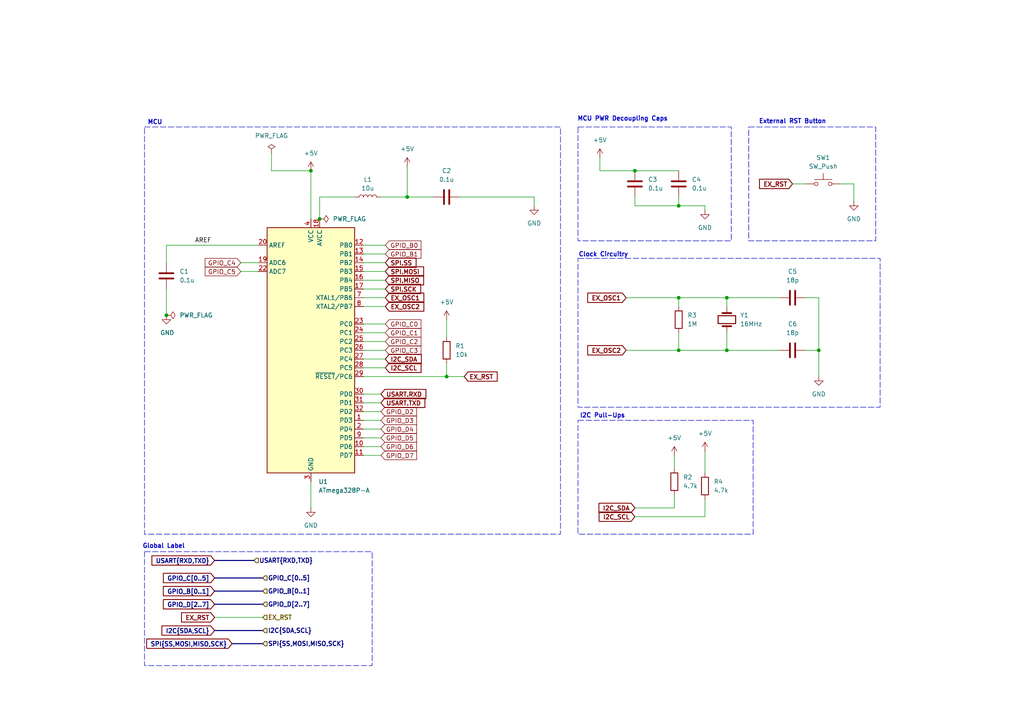
<source format=kicad_sch>
(kicad_sch (version 20231120) (generator "eeschema") (generator_version "8.0")
  (paper "A4")
  (lib_symbols
    (symbol "Device:C" (pin_numbers hide) (pin_names (offset 0.254))
      (property "Reference" "C" (at 0.635 2.54 0))
      (property "Value" "C" (at 0.635 -2.54 0))
      (symbol "C_0_1"
        (polyline (pts (xy -2.032 -0.762) (xy 2.032 -0.762)) (stroke (width 0.508)))
        (polyline (pts (xy -2.032 0.762) (xy 2.032 0.762)) (stroke (width 0.508)))
      )
      (symbol "C_1_1"
        (pin passive line (at 0 3.81 270) (length 2.794) (name "~") (number "1"))
        (pin passive line (at 0 -3.81 90) (length 2.794) (name "~") (number "2"))
      )
    )
    (symbol "Device:Crystal" (pin_numbers hide) (pin_names (offset 1.016) hide)
      (property "Reference" "Y" (at 0 3.81 0))
      (property "Value" "Crystal" (at 0 -3.81 0))
      (symbol "Crystal_0_1"
        (rectangle (start -1.143 2.54) (end 1.143 -2.54) (stroke (width 0.3048)))
        (polyline (pts (xy -2.54 0) (xy -1.905 0)))
        (polyline (pts (xy -1.905 -1.27) (xy -1.905 1.27)) (stroke (width 0.508)))
        (polyline (pts (xy 1.905 -1.27) (xy 1.905 1.27)) (stroke (width 0.508)))
        (polyline (pts (xy 2.54 0) (xy 1.905 0)))
      )
      (symbol "Crystal_1_1"
        (pin passive line (at -3.81 0 0) (length 1.27) (name "1") (number "1"))
        (pin passive line (at 3.81 0 180) (length 1.27) (name "2") (number "2"))
      )
    )
    (symbol "Device:L" (pin_numbers hide) (pin_names (offset 1.016) hide)
      (property "Reference" "L" (at -1.27 0 90))
      (property "Value" "L" (at 1.905 0 90))
      (symbol "L_0_1"
        (arc (start 0 -2.54) (mid 0.6323 -1.905) (end 0 -1.27))
        (arc (start 0 -1.27) (mid 0.6323 -0.635) (end 0 0))
        (arc (start 0 0) (mid 0.6323 0.635) (end 0 1.27))
        (arc (start 0 1.27) (mid 0.6323 1.905) (end 0 2.54))
      )
      (symbol "L_1_1"
        (pin passive line (at 0 3.81 270) (length 1.27) (name "1") (number "1"))
        (pin passive line (at 0 -3.81 90) (length 1.27) (name "2") (number "2"))
      )
    )
    (symbol "Device:R" (pin_numbers hide) (pin_names (offset 0))
      (property "Reference" "R" (at 2.032 0 90))
      (property "Value" "R" (at 0 0 90))
      (symbol "R_0_1"
        (rectangle (start -1.016 -2.54) (end 1.016 2.54) (stroke (width 0.254)))
      )
      (symbol "R_1_1"
        (pin passive line (at 0 3.81 270) (length 1.27) (name "~") (number "1"))
        (pin passive line (at 0 -3.81 90) (length 1.27) (name "~") (number "2"))
      )
    )
    (symbol "MCU_Microchip_ATmega:ATmega328P-A"
      (property "Reference" "U" (at -12.7 36.83 0))
      (property "Value" "ATmega328P-A" (at 2.54 -36.83 0))
      (symbol "ATmega328P-A_0_1"
        (rectangle (start -12.7 -35.56) (end 12.7 35.56) (stroke (width 0.254)) (fill (type background)))
      )
      (symbol "ATmega328P-A_1_1"
        (pin bidirectional line (at 15.24 -20.32 180) (length 2.54) (name "PD3") (number "1"))
        (pin bidirectional line (at 15.24 -27.94 180) (length 2.54) (name "PD6") (number "10"))
        (pin bidirectional line (at 15.24 -30.48 180) (length 2.54) (name "PD7") (number "11"))
        (pin bidirectional line (at 15.24 30.48 180) (length 2.54) (name "PB0") (number "12"))
        (pin bidirectional line (at 15.24 27.94 180) (length 2.54) (name "PB1") (number "13"))
        (pin bidirectional line (at 15.24 25.4 180) (length 2.54) (name "PB2") (number "14"))
        (pin bidirectional line (at 15.24 22.86 180) (length 2.54) (name "PB3") (number "15"))
        (pin bidirectional line (at 15.24 20.32 180) (length 2.54) (name "PB4") (number "16"))
        (pin bidirectional line (at 15.24 17.78 180) (length 2.54) (name "PB5") (number "17"))
        (pin power_in line (at 2.54 38.1 270) (length 2.54) (name "AVCC") (number "18"))
        (pin input line (at -15.24 25.4 0) (length 2.54) (name "ADC6") (number "19"))
        (pin bidirectional line (at 15.24 -22.86 180) (length 2.54) (name "PD4") (number "2"))
        (pin passive line (at -15.24 30.48 0) (length 2.54) (name "AREF") (number "20"))
        (pin passive line (at 0 -38.1 90) (length 2.54) hide (name "GND") (number "21"))
        (pin input line (at -15.24 22.86 0) (length 2.54) (name "ADC7") (number "22"))
        (pin bidirectional line (at 15.24 7.62 180) (length 2.54) (name "PC0") (number "23"))
        (pin bidirectional line (at 15.24 5.08 180) (length 2.54) (name "PC1") (number "24"))
        (pin bidirectional line (at 15.24 2.54 180) (length 2.54) (name "PC2") (number "25"))
        (pin bidirectional line (at 15.24 0 180) (length 2.54) (name "PC3") (number "26"))
        (pin bidirectional line (at 15.24 -2.54 180) (length 2.54) (name "PC4") (number "27"))
        (pin bidirectional line (at 15.24 -5.08 180) (length 2.54) (name "PC5") (number "28"))
        (pin bidirectional line (at 15.24 -7.62 180) (length 2.54) (name "~{RESET}/PC6") (number "29"))
        (pin power_in line (at 0 -38.1 90) (length 2.54) (name "GND") (number "3"))
        (pin bidirectional line (at 15.24 -12.7 180) (length 2.54) (name "PD0") (number "30"))
        (pin bidirectional line (at 15.24 -15.24 180) (length 2.54) (name "PD1") (number "31"))
        (pin bidirectional line (at 15.24 -17.78 180) (length 2.54) (name "PD2") (number "32"))
        (pin power_in line (at 0 38.1 270) (length 2.54) (name "VCC") (number "4"))
        (pin passive line (at 0 -38.1 90) (length 2.54) hide (name "GND") (number "5"))
        (pin passive line (at 0 38.1 270) (length 2.54) hide (name "VCC") (number "6"))
        (pin bidirectional line (at 15.24 15.24 180) (length 2.54) (name "XTAL1/PB6") (number "7"))
        (pin bidirectional line (at 15.24 12.7 180) (length 2.54) (name "XTAL2/PB7") (number "8"))
        (pin bidirectional line (at 15.24 -25.4 180) (length 2.54) (name "PD5") (number "9"))
      )
    )
    (symbol "Switch:SW_Push" (pin_numbers hide) (pin_names (offset 1.016) hide)
      (property "Reference" "SW" (at 1.27 2.54 0))
      (property "Value" "SW_Push" (at 0 -1.524 0))
      (symbol "SW_Push_0_1"
        (circle (center -2.032 0) (radius 0.508))
        (polyline (pts (xy 0 1.27) (xy 0 3.048)))
        (polyline (pts (xy 2.54 1.27) (xy -2.54 1.27)))
        (circle (center 2.032 0) (radius 0.508))
        (pin passive line (at -5.08 0 0) (length 2.54) (name "1") (number "1"))
        (pin passive line (at 5.08 0 180) (length 2.54) (name "2") (number "2"))
      )
    )
    (symbol "power:+5V" (power) (pin_numbers hide) (pin_names (offset 0) hide)
      (property "Value" "+5V" (at 0 3.556 0))
      (symbol "+5V_0_1"
        (polyline (pts (xy -0.762 1.27) (xy 0 2.54)))
        (polyline (pts (xy 0 0) (xy 0 2.54)))
        (polyline (pts (xy 0 2.54) (xy 0.762 1.27)))
      )
      (symbol "+5V_1_1"
        (pin power_in line (at 0 0 90) (length 0) (name "~") (number "1"))
      )
    )
    (symbol "power:GND" (power) (pin_numbers hide) (pin_names (offset 0) hide)
      (property "Value" "GND" (at 0 -3.81 0))
      (symbol "GND_0_1"
        (polyline (pts (xy 0 0) (xy 0 -1.27) (xy 1.27 -1.27) (xy 0 -2.54) (xy -1.27 -1.27) (xy 0 -1.27)))
      )
      (symbol "GND_1_1"
        (pin power_in line (at 0 0 270) (length 0) (name "~") (number "1"))
      )
    )
    (symbol "power:PWR_FLAG" (power) (pin_numbers hide) (pin_names (offset 0) hide)
      (property "Value" "PWR_FLAG" (at 0 3.81 0))
      (symbol "PWR_FLAG_0_0"
        (pin power_out line (at 0 0 90) (length 0) (name "~") (number "1"))
      )
      (symbol "PWR_FLAG_0_1"
        (polyline (pts (xy 0 0) (xy 0 1.27) (xy -1.016 1.905) (xy 0 2.54) (xy 1.016 1.905) (xy 0 1.27)))
      )
    )
  )
  (junction (at 196.85 86.36))
  (junction (at 129.54 109.22))
  (junction (at 196.85 101.6))
  (junction (at 237.49 101.6))
  (junction (at 210.82 101.6))
  (junction (at 210.82 86.36))
  (junction (at 196.85 59.69))
  (junction (at 48.26 91.44))
  (junction (at 118.11 57.15))
  (junction (at 184.15 49.53))
  (junction (at 90.17 49.53))
  (junction (at 92.71 63.5))
  (wire (pts (xy 48.26 71.12) (xy 74.93 71.12)))
  (wire (pts (xy 184.15 149.86) (xy 204.47 149.86)))
  (wire (pts (xy 237.49 86.36) (xy 237.49 101.6)))
  (wire (pts (xy 184.15 147.32) (xy 195.58 147.32)))
  (wire (pts (xy 204.47 59.69) (xy 204.47 60.96)))
  (wire (pts (xy 105.41 109.22) (xy 129.54 109.22)))
  (wire (pts (xy 196.85 96.52) (xy 196.85 101.6)))
  (wire (pts (xy 210.82 101.6) (xy 226.06 101.6)))
  (bus (pts (xy 67.31 186.69) (xy 76.2 186.69)))
  (wire (pts (xy 105.41 121.92) (xy 110.49 121.92)))
  (wire (pts (xy 196.85 86.36) (xy 210.82 86.36)))
  (wire (pts (xy 129.54 109.22) (xy 134.62 109.22)))
  (wire (pts (xy 237.49 101.6) (xy 237.49 109.22)))
  (wire (pts (xy 48.26 76.2) (xy 48.26 71.12)))
  (wire (pts (xy 173.99 49.53) (xy 184.15 49.53)))
  (wire (pts (xy 118.11 57.15) (xy 125.73 57.15)))
  (wire (pts (xy 105.41 132.08) (xy 110.49 132.08)))
  (wire (pts (xy 196.85 86.36) (xy 196.85 88.9)))
  (wire (pts (xy 229.87 53.34) (xy 233.68 53.34)))
  (wire (pts (xy 247.65 53.34) (xy 247.65 58.42)))
  (wire (pts (xy 184.15 49.53) (xy 196.85 49.53)))
  (wire (pts (xy 105.41 71.12) (xy 111.76 71.12)))
  (wire (pts (xy 92.71 63.5) (xy 92.71 57.15)))
  (wire (pts (xy 105.41 127) (xy 110.49 127)))
  (bus (pts (xy 62.23 171.45) (xy 76.2 171.45)))
  (wire (pts (xy 110.49 57.15) (xy 118.11 57.15)))
  (wire (pts (xy 105.41 129.54) (xy 110.49 129.54)))
  (wire (pts (xy 105.41 116.84) (xy 110.49 116.84)))
  (wire (pts (xy 78.74 44.45) (xy 78.74 49.53)))
  (wire (pts (xy 90.17 49.53) (xy 90.17 63.5)))
  (wire (pts (xy 105.41 78.74) (xy 111.76 78.74)))
  (wire (pts (xy 204.47 130.81) (xy 204.47 137.16)))
  (wire (pts (xy 78.74 49.53) (xy 90.17 49.53)))
  (wire (pts (xy 105.41 88.9) (xy 111.76 88.9)))
  (wire (pts (xy 92.71 57.15) (xy 102.87 57.15)))
  (wire (pts (xy 105.41 86.36) (xy 111.76 86.36)))
  (wire (pts (xy 105.41 106.68) (xy 111.76 106.68)))
  (wire (pts (xy 48.26 83.82) (xy 48.26 91.44)))
  (wire (pts (xy 181.61 86.36) (xy 196.85 86.36)))
  (wire (pts (xy 105.41 124.46) (xy 110.49 124.46)))
  (wire (pts (xy 105.41 114.3) (xy 110.49 114.3)))
  (wire (pts (xy 204.47 149.86) (xy 204.47 144.78)))
  (wire (pts (xy 184.15 59.69) (xy 196.85 59.69)))
  (wire (pts (xy 69.85 76.2) (xy 74.93 76.2)))
  (bus (pts (xy 62.23 162.56) (xy 73.66 162.56)))
  (wire (pts (xy 69.85 78.74) (xy 74.93 78.74)))
  (wire (pts (xy 196.85 101.6) (xy 210.82 101.6)))
  (wire (pts (xy 173.99 45.72) (xy 173.99 49.53)))
  (wire (pts (xy 105.41 73.66) (xy 111.76 73.66)))
  (wire (pts (xy 105.41 76.2) (xy 111.76 76.2)))
  (wire (pts (xy 210.82 96.52) (xy 210.82 101.6)))
  (wire (pts (xy 105.41 93.98) (xy 111.76 93.98)))
  (bus (pts (xy 62.23 175.26) (xy 76.2 175.26)))
  (wire (pts (xy 243.84 53.34) (xy 247.65 53.34)))
  (wire (pts (xy 62.23 179.07) (xy 76.2 179.07)))
  (wire (pts (xy 105.41 101.6) (xy 111.76 101.6)))
  (wire (pts (xy 90.17 139.7) (xy 90.17 147.32)))
  (wire (pts (xy 196.85 59.69) (xy 204.47 59.69)))
  (wire (pts (xy 210.82 86.36) (xy 210.82 88.9)))
  (wire (pts (xy 181.61 101.6) (xy 196.85 101.6)))
  (wire (pts (xy 133.35 57.15) (xy 154.94 57.15)))
  (wire (pts (xy 129.54 105.41) (xy 129.54 109.22)))
  (wire (pts (xy 105.41 99.06) (xy 111.76 99.06)))
  (wire (pts (xy 129.54 92.71) (xy 129.54 97.79)))
  (wire (pts (xy 233.68 101.6) (xy 237.49 101.6)))
  (wire (pts (xy 154.94 57.15) (xy 154.94 59.69)))
  (wire (pts (xy 105.41 96.52) (xy 111.76 96.52)))
  (wire (pts (xy 184.15 57.15) (xy 184.15 59.69)))
  (wire (pts (xy 195.58 147.32) (xy 195.58 143.51)))
  (wire (pts (xy 196.85 57.15) (xy 196.85 59.69)))
  (wire (pts (xy 105.41 119.38) (xy 110.49 119.38)))
  (bus (pts (xy 62.23 182.88) (xy 76.2 182.88)))
  (wire (pts (xy 210.82 86.36) (xy 226.06 86.36)))
  (wire (pts (xy 233.68 86.36) (xy 237.49 86.36)))
  (wire (pts (xy 195.58 132.08) (xy 195.58 135.89)))
  (wire (pts (xy 105.41 104.14) (xy 111.76 104.14)))
  (wire (pts (xy 105.41 81.28) (xy 111.76 81.28)))
  (wire (pts (xy 118.11 48.26) (xy 118.11 57.15)))
  (bus (pts (xy 62.23 167.64) (xy 76.2 167.64)))
  (wire (pts (xy 105.41 83.82) (xy 111.76 83.82)))
  (rectangle (start 167.64 121.92) (end 218.44 154.94) (stroke (width 0) (type dash)))
  (rectangle (start 167.64 74.93) (end 255.27 118.11) (stroke (width 0) (type dash)))
  (rectangle (start 167.64 36.83) (end 212.09 69.85) (stroke (width 0) (type dash)))
  (rectangle (start 217.17 36.83) (end 254 69.85) (stroke (width 0) (type dash)))
  (rectangle (start 41.91 36.83) (end 162.56 154.94) (stroke (width 0) (type dash)))
  (rectangle (start 41.91 160.02) (end 107.95 193.04) (stroke (width 0) (type dash)))
  (text "AREF" (at 58.928 69.85 0) (effects (font (size 1.27 1.27))))
  (text "Clock Circuitry" (at 175.006 73.914 0) (effects (font (size 1.27 1.27) (thickness 0.254) (bold yes))))
  (text "MCU" (at 44.958 35.56 0) (effects (font (size 1.27 1.27) (thickness 0.254) (bold yes))))
  (text "I2C Pull-Ups" (at 174.752 120.65 0) (effects (font (size 1.27 1.27) (thickness 0.254) (bold yes))))
  (text "MCU PWR Decoupling Caps" (at 180.594 34.544 0) (effects (font (size 1.27 1.27) (thickness 0.254) (bold yes))))
  (text "External RST Button" (at 229.87 35.306 0) (effects (font (size 1.27 1.27) (thickness 0.254) (bold yes))))
  (text "Global Label" (at 47.498 158.496 0) (effects (font (size 1.27 1.27) (thickness 0.254) (bold yes))))
  (global_label "SPI.SCK" (shape input) (at 111.76 83.82 0) (effects (font (thickness 0.254) (bold yes))) (property "Intersheetrefs" "${INTERSHEET_REFS}" (effects (hide yes))))
  (global_label "SPI.MOSI" (shape input) (at 111.76 78.74 0) (effects (font (thickness 0.254) (bold yes))) (property "Intersheetrefs" "${INTERSHEET_REFS}" (effects (hide yes))))
  (global_label "SPI{SS,MOSI,MISO,SCK}" (shape input) (at 67.31 186.69 180) (effects (font (thickness 0.254) (bold yes))) (property "Intersheetrefs" "${INTERSHEET_REFS}" (effects (hide yes))))
  (global_label "SPI.SS" (shape input) (at 111.76 76.2 0) (effects (font (thickness 0.254) (bold yes))) (property "Intersheetrefs" "${INTERSHEET_REFS}" (effects (hide yes))))
  (global_label "EX_OSC2" (shape input) (at 181.61 101.6 180) (effects (font (thickness 0.254) (bold yes))) (property "Intersheetrefs" "${INTERSHEET_REFS}" (effects (hide yes))))
  (global_label "I2C{SDA,SCL}" (shape input) (at 62.23 182.88 180) (effects (font (thickness 0.254) (bold yes))) (property "Intersheetrefs" "${INTERSHEET_REFS}" (effects (hide yes))))
  (global_label "GPIO_C5" (shape input) (at 69.85 78.74 180) (effects (font (thickness 0.1588))) (property "Intersheetrefs" "${INTERSHEET_REFS}" (effects (hide yes))))
  (global_label "EX_OSC1" (shape input) (at 181.61 86.36 180) (effects (font (thickness 0.254) (bold yes))) (property "Intersheetrefs" "${INTERSHEET_REFS}" (effects (hide yes))))
  (global_label "GPIO_C4" (shape input) (at 69.85 76.2 180) (effects (font (thickness 0.1588))) (property "Intersheetrefs" "${INTERSHEET_REFS}" (effects (hide yes))))
  (global_label "EX_RST" (shape input) (at 229.87 53.34 180) (effects (font (thickness 0.254) (bold yes))) (property "Intersheetrefs" "${INTERSHEET_REFS}" (effects (hide yes))))
  (global_label "I2C_SDA" (shape input) (at 111.76 104.14 0) (effects (font (thickness 0.254) (bold yes))) (property "Intersheetrefs" "${INTERSHEET_REFS}" (effects (hide yes))))
  (global_label "EX_OSC1" (shape input) (at 111.76 86.36 0) (effects (font (thickness 0.254) (bold yes))) (property "Intersheetrefs" "${INTERSHEET_REFS}" (effects (hide yes))))
  (global_label "GPIO_D[2..7]" (shape input) (at 62.23 175.26 180) (effects (font (thickness 0.254) (bold yes))) (property "Intersheetrefs" "${INTERSHEET_REFS}" (effects (hide yes))))
  (global_label "USART{RXD,TXD}" (shape input) (at 62.23 162.56 180) (effects (font (thickness 0.254) (bold yes))) (property "Intersheetrefs" "${INTERSHEET_REFS}" (effects (hide yes))))
  (global_label "GPIO_D2" (shape input) (at 110.49 119.38 0) (effects (font (thickness 0.1588))) (property "Intersheetrefs" "${INTERSHEET_REFS}" (effects (hide yes))))
  (global_label "GPIO_C1" (shape input) (at 111.76 96.52 0) (effects (font (thickness 0.1588))) (property "Intersheetrefs" "${INTERSHEET_REFS}" (effects (hide yes))))
  (global_label "GPIO_B0" (shape input) (at 111.76 71.12 0) (effects (font (thickness 0.1588))) (property "Intersheetrefs" "${INTERSHEET_REFS}" (effects (hide yes))))
  (global_label "EX_OSC2" (shape input) (at 111.76 88.9 0) (effects (font (thickness 0.254) (bold yes))) (property "Intersheetrefs" "${INTERSHEET_REFS}" (effects (hide yes))))
  (global_label "USART.TXD" (shape input) (at 110.49 116.84 0) (effects (font (thickness 0.254) (bold yes))) (property "Intersheetrefs" "${INTERSHEET_REFS}" (effects (hide yes))))
  (global_label "GPIO_C3" (shape input) (at 111.76 101.6 0) (effects (font (thickness 0.1588))) (property "Intersheetrefs" "${INTERSHEET_REFS}" (effects (hide yes))))
  (global_label "GPIO_D5" (shape input) (at 110.49 127 0) (effects (font (thickness 0.1588))) (property "Intersheetrefs" "${INTERSHEET_REFS}" (effects (hide yes))))
  (global_label "GPIO_D3" (shape input) (at 110.49 121.92 0) (effects (font (thickness 0.1588))) (property "Intersheetrefs" "${INTERSHEET_REFS}" (effects (hide yes))))
  (global_label "GPIO_D6" (shape input) (at 110.49 129.54 0) (effects (font (thickness 0.1588))) (property "Intersheetrefs" "${INTERSHEET_REFS}" (effects (hide yes))))
  (global_label "I2C_SCL" (shape input) (at 111.76 106.68 0) (effects (font (thickness 0.254) (bold yes))) (property "Intersheetrefs" "${INTERSHEET_REFS}" (effects (hide yes))))
  (global_label "GPIO_C2" (shape input) (at 111.76 99.06 0) (effects (font (thickness 0.1588))) (property "Intersheetrefs" "${INTERSHEET_REFS}" (effects (hide yes))))
  (global_label "USART.RXD" (shape input) (at 110.49 114.3 0) (effects (font (thickness 0.254) (bold yes))) (property "Intersheetrefs" "${INTERSHEET_REFS}" (effects (hide yes))))
  (global_label "GPIO_C[0..5]" (shape input) (at 62.23 167.64 180) (effects (font (thickness 0.254) (bold yes))) (property "Intersheetrefs" "${INTERSHEET_REFS}" (effects (hide yes))))
  (global_label "EX_RST" (shape input) (at 134.62 109.22 0) (effects (font (thickness 0.254) (bold yes))) (property "Intersheetrefs" "${INTERSHEET_REFS}" (effects (hide yes))))
  (global_label "GPIO_C0" (shape input) (at 111.76 93.98 0) (effects (font (thickness 0.1588))) (property "Intersheetrefs" "${INTERSHEET_REFS}" (effects (hide yes))))
  (global_label "GPIO_D4" (shape input) (at 110.49 124.46 0) (effects (font (thickness 0.1588))) (property "Intersheetrefs" "${INTERSHEET_REFS}" (effects (hide yes))))
  (global_label "GPIO_B1" (shape input) (at 111.76 73.66 0) (effects (font (thickness 0.1588))) (property "Intersheetrefs" "${INTERSHEET_REFS}" (effects (hide yes))))
  (global_label "GPIO_D7" (shape input) (at 110.49 132.08 0) (effects (font (thickness 0.1588))) (property "Intersheetrefs" "${INTERSHEET_REFS}" (effects (hide yes))))
  (global_label "SPI.MISO" (shape input) (at 111.76 81.28 0) (effects (font (thickness 0.254) (bold yes))) (property "Intersheetrefs" "${INTERSHEET_REFS}" (effects (hide yes))))
  (global_label "GPIO_B[0..1]" (shape input) (at 62.23 171.45 180) (effects (font (thickness 0.254) (bold yes))) (property "Intersheetrefs" "${INTERSHEET_REFS}" (effects (hide yes))))
  (global_label "I2C_SDA" (shape input) (at 184.15 147.32 180) (effects (font (thickness 0.254) (bold yes))) (property "Intersheetrefs" "${INTERSHEET_REFS}" (effects (hide yes))))
  (global_label "EX_RST" (shape input) (at 62.23 179.07 180) (effects (font (thickness 0.254) (bold yes))) (property "Intersheetrefs" "${INTERSHEET_REFS}" (effects (hide yes))))
  (global_label "I2C_SCL" (shape input) (at 184.15 149.86 180) (effects (font (thickness 0.254) (bold yes))) (property "Intersheetrefs" "${INTERSHEET_REFS}" (effects (hide yes))))
  (hierarchical_label "GPIO_C[0..5]" (shape input) (at 76.2 167.64 0) (effects (font (thickness 0.254) (bold yes))))
  (hierarchical_label "GPIO_D[2..7]" (shape input) (at 76.2 175.26 0) (effects (font (thickness 0.254) (bold yes))))
  (hierarchical_label "SPI{SS,MOSI,MISO,SCK}" (shape input) (at 76.2 186.69 0) (effects (font (thickness 0.254) (bold yes))))
  (hierarchical_label "GPIO_B[0..1]" (shape input) (at 76.2 171.45 0) (effects (font (thickness 0.254) (bold yes))))
  (hierarchical_label "USART{RXD,TXD}" (shape input) (at 73.66 162.56 0) (effects (font (thickness 0.254) (bold yes))))
  (hierarchical_label "I2C{SDA,SCL}" (shape input) (at 76.2 182.88 0) (effects (font (thickness 0.254) (bold yes))))
  (hierarchical_label "EX_RST" (shape input) (at 76.2 179.07 0) (effects (font (thickness 0.254) (bold yes))))
  (symbol (lib_id "power:GND") (at 90.17 147.32 0) (unit 1)
    (property "Reference" "#PWR03" (effects (hide yes)))
    (property "Value" "GND" (at 90.17 152.4 0))
    (property "Description" "Power symbol creates a global label with name \"GND\" , ground" (effects (hide yes)))
  )
  (symbol (lib_id "Device:C") (at 196.85 53.34 0) (unit 1)
    (property "Reference" "C4" (at 200.66 52.0699 0) (effects (justify left)))
    (property "Value" "0.1u" (at 200.66 54.6099 0) (effects (justify left)))
    (property "Footprint" "Capacitor_SMD:C_0402_1005Metric" (effects (hide yes)))
    (property "Description" "Unpolarized capacitor" (effects (hide yes)))
  )
  (symbol (lib_id "power:+5V") (at 129.54 92.71 0) (unit 1)
    (property "Reference" "#PWR05" (effects (hide yes)))
    (property "Value" "+5V" (at 129.54 87.63 0))
    (property "Description" "Power symbol creates a global label with name \"+5V\"" (effects (hide yes)))
  )
  (symbol (lib_id "Device:C") (at 48.26 80.01 180) (unit 1)
    (property "Reference" "C1" (at 52.07 78.7399 0) (effects (justify right)))
    (property "Value" "0.1u" (at 52.07 81.2799 0) (effects (justify right)))
    (property "Footprint" "Capacitor_SMD:C_0402_1005Metric" (effects (hide yes)))
    (property "Description" "Unpolarized capacitor" (effects (hide yes)))
  )
  (symbol (lib_id "power:GND") (at 247.65 58.42 0) (unit 1)
    (property "Reference" "#PWR012" (effects (hide yes)))
    (property "Value" "GND" (at 247.65 63.5 0))
    (property "Description" "Power symbol creates a global label with name \"GND\" , ground" (effects (hide yes)))
  )
  (symbol (lib_id "Device:C") (at 129.54 57.15 90) (unit 1)
    (property "Reference" "C2" (at 129.54 49.53 90))
    (property "Value" "0.1u" (at 129.54 52.07 90))
    (property "Footprint" "Capacitor_SMD:C_0402_1005Metric" (effects (hide yes)))
    (property "Description" "Unpolarized capacitor" (effects (hide yes)))
  )
  (symbol (lib_id "power:+5V") (at 90.17 49.53 0) (unit 1)
    (property "Reference" "#PWR02" (effects (hide yes)))
    (property "Value" "+5V" (at 90.17 44.45 0))
    (property "Description" "Power symbol creates a global label with name \"+5V\"" (effects (hide yes)))
  )
  (symbol (lib_id "power:PWR_FLAG") (at 92.71 63.5 270) (unit 1)
    (property "Reference" "#FLG02" (effects (hide yes)))
    (property "Value" "PWR_FLAG" (at 96.52 63.4999 90) (effects (justify left)))
    (property "Description" "Special symbol for telling ERC where power comes from" (effects (hide yes)))
  )
  (symbol (lib_id "MCU_Microchip_ATmega:ATmega328P-A") (at 90.17 101.6 0) (unit 1)
    (property "Reference" "U1" (at 92.3641 139.7 0) (effects (justify left)))
    (property "Value" "ATmega328P-A" (at 92.3641 142.24 0) (effects (justify left)))
    (property "Footprint" "Package_QFP:TQFP-32_7x7mm_P0.8mm" (effects (hide yes)))
    (property "Datasheet" "http://ww1.microchip.com/downloads/en/DeviceDoc/ATmega328_P%20AVR%20MCU%20with%20picoPower%20Technology%20Data%20Sheet%2040001984A.pdf" (effects (hide yes)))
    (property "Description" "20MHz, 32kB Flash, 2kB SRAM, 1kB EEPROM, TQFP-32" (effects (hide yes)))
  )
  (symbol (lib_id "Device:C") (at 229.87 101.6 90) (unit 1)
    (property "Reference" "C6" (at 229.87 93.98 90))
    (property "Value" "18p" (at 229.87 96.52 90))
    (property "Footprint" "Capacitor_SMD:C_0402_1005Metric" (effects (hide yes)))
    (property "Description" "Unpolarized capacitor" (effects (hide yes)))
  )
  (symbol (lib_id "power:+5V") (at 204.47 130.81 0) (unit 1)
    (property "Reference" "#PWR010" (effects (hide yes)))
    (property "Value" "+5V" (at 204.47 125.73 0))
    (property "Description" "Power symbol creates a global label with name \"+5V\"" (effects (hide yes)))
  )
  (symbol (lib_id "Device:R") (at 195.58 139.7 0) (unit 1)
    (property "Reference" "R2" (at 198.12 138.4299 0) (effects (justify left)))
    (property "Value" "4.7k" (at 198.12 140.9699 0) (effects (justify left)))
    (property "Footprint" "Resistor_SMD:R_0402_1005Metric" (effects (hide yes)))
    (property "Description" "Resistor" (effects (hide yes)))
  )
  (symbol (lib_id "power:PWR_FLAG") (at 48.26 91.44 270) (unit 1)
    (property "Reference" "#FLG03" (effects (hide yes)))
    (property "Value" "PWR_FLAG" (at 52.07 91.4399 90) (effects (justify left)))
    (property "Description" "Special symbol for telling ERC where power comes from" (effects (hide yes)))
  )
  (symbol (lib_id "Device:R") (at 204.47 140.97 0) (unit 1)
    (property "Reference" "R4" (at 207.01 139.6999 0) (effects (justify left)))
    (property "Value" "4.7k" (at 207.01 142.2399 0) (effects (justify left)))
    (property "Footprint" "Resistor_SMD:R_0402_1005Metric" (effects (hide yes)))
    (property "Description" "Resistor" (effects (hide yes)))
  )
  (symbol (lib_id "Device:C") (at 184.15 53.34 0) (unit 1)
    (property "Reference" "C3" (at 187.96 52.0699 0) (effects (justify left)))
    (property "Value" "0.1u" (at 187.96 54.6099 0) (effects (justify left)))
    (property "Footprint" "Capacitor_SMD:C_0402_1005Metric" (effects (hide yes)))
    (property "Description" "Unpolarized capacitor" (effects (hide yes)))
  )
  (symbol (lib_id "power:GND") (at 48.26 91.44 0) (unit 1)
    (property "Reference" "#PWR01" (effects (hide yes)))
    (property "Value" "GND" (at 48.514 96.52 0))
    (property "Description" "Power symbol creates a global label with name \"GND\" , ground" (effects (hide yes)))
  )
  (symbol (lib_id "power:GND") (at 204.47 60.96 0) (unit 1)
    (property "Reference" "#PWR09" (effects (hide yes)))
    (property "Value" "GND" (at 204.47 66.04 0))
    (property "Description" "Power symbol creates a global label with name \"GND\" , ground" (effects (hide yes)))
  )
  (symbol (lib_id "Device:Crystal") (at 210.82 92.71 90) (unit 1)
    (property "Reference" "Y1" (at 214.63 91.4399 90) (effects (justify right)))
    (property "Value" "16MHz" (at 214.63 93.9799 90) (effects (justify right)))
    (property "Footprint" "Crystal:Crystal_SMD_2012-2Pin_2.0x1.2mm" (effects (hide yes)))
    (property "Description" "Two pin crystal" (effects (hide yes)))
  )
  (symbol (lib_id "Device:R") (at 196.85 92.71 0) (unit 1)
    (property "Reference" "R3" (at 199.39 91.4399 0) (effects (justify left)))
    (property "Value" "1M" (at 199.39 93.9799 0) (effects (justify left)))
    (property "Footprint" "Resistor_SMD:R_0402_1005Metric" (effects (hide yes)))
    (property "Description" "Resistor" (effects (hide yes)))
  )
  (symbol (lib_id "power:+5V") (at 118.11 48.26 0) (unit 1)
    (property "Reference" "#PWR04" (effects (hide yes)))
    (property "Value" "+5V" (at 118.11 43.18 0))
    (property "Description" "Power symbol creates a global label with name \"+5V\"" (effects (hide yes)))
  )
  (symbol (lib_id "Switch:SW_Push") (at 238.76 53.34 0) (unit 1)
    (property "Reference" "SW1" (at 238.76 45.72 0))
    (property "Value" "SW_Push" (at 238.76 48.26 0))
    (property "Footprint" "Button_Switch_SMD:SW_Push_SPST_NO_Alps_SKRK" (effects (hide yes)))
    (property "Description" "Push button switch, generic, two pins" (effects (hide yes)))
  )
  (symbol (lib_id "power:GND") (at 154.94 59.69 0) (unit 1)
    (property "Reference" "#PWR06" (effects (hide yes)))
    (property "Value" "GND" (at 154.94 64.77 0))
    (property "Description" "Power symbol creates a global label with name \"GND\" , ground" (effects (hide yes)))
  )
  (symbol (lib_id "power:+5V") (at 195.58 132.08 0) (unit 1)
    (property "Reference" "#PWR08" (effects (hide yes)))
    (property "Value" "+5V" (at 195.58 127 0))
    (property "Description" "Power symbol creates a global label with name \"+5V\"" (effects (hide yes)))
  )
  (symbol (lib_id "Device:R") (at 129.54 101.6 0) (unit 1)
    (property "Reference" "R1" (at 132.08 100.3299 0) (effects (justify left)))
    (property "Value" "10k" (at 132.08 102.8699 0) (effects (justify left)))
    (property "Footprint" "Resistor_SMD:R_0402_1005Metric" (effects (hide yes)))
    (property "Description" "Resistor" (effects (hide yes)))
  )
  (symbol (lib_id "power:+5V") (at 173.99 45.72 0) (unit 1)
    (property "Reference" "#PWR07" (effects (hide yes)))
    (property "Value" "+5V" (at 173.99 40.64 0))
    (property "Description" "Power symbol creates a global label with name \"+5V\"" (effects (hide yes)))
  )
  (symbol (lib_id "Device:C") (at 229.87 86.36 90) (unit 1)
    (property "Reference" "C5" (at 229.87 78.74 90))
    (property "Value" "18p" (at 229.87 81.28 90))
    (property "Footprint" "Capacitor_SMD:C_0402_1005Metric" (effects (hide yes)))
    (property "Description" "Unpolarized capacitor" (effects (hide yes)))
  )
  (symbol (lib_id "Device:L") (at 106.68 57.15 90) (unit 1)
    (property "Reference" "L1" (at 106.68 52.07 90))
    (property "Value" "10u" (at 106.68 54.61 90))
    (property "Footprint" "Inductor_SMD:L_0603_1608Metric" (effects (hide yes)))
    (property "Description" "Inductor" (effects (hide yes)))
  )
  (symbol (lib_id "power:PWR_FLAG") (at 78.74 44.45 0) (unit 1)
    (property "Reference" "#FLG01" (effects (hide yes)))
    (property "Value" "PWR_FLAG" (at 78.74 39.37 0))
    (property "Description" "Special symbol for telling ERC where power comes from" (effects (hide yes)))
  )
  (symbol (lib_id "power:GND") (at 237.49 109.22 0) (unit 1)
    (property "Reference" "#PWR011" (effects (hide yes)))
    (property "Value" "GND" (at 237.49 114.3 0))
    (property "Description" "Power symbol creates a global label with name \"GND\" , ground" (effects (hide yes)))
  )
)
</source>
